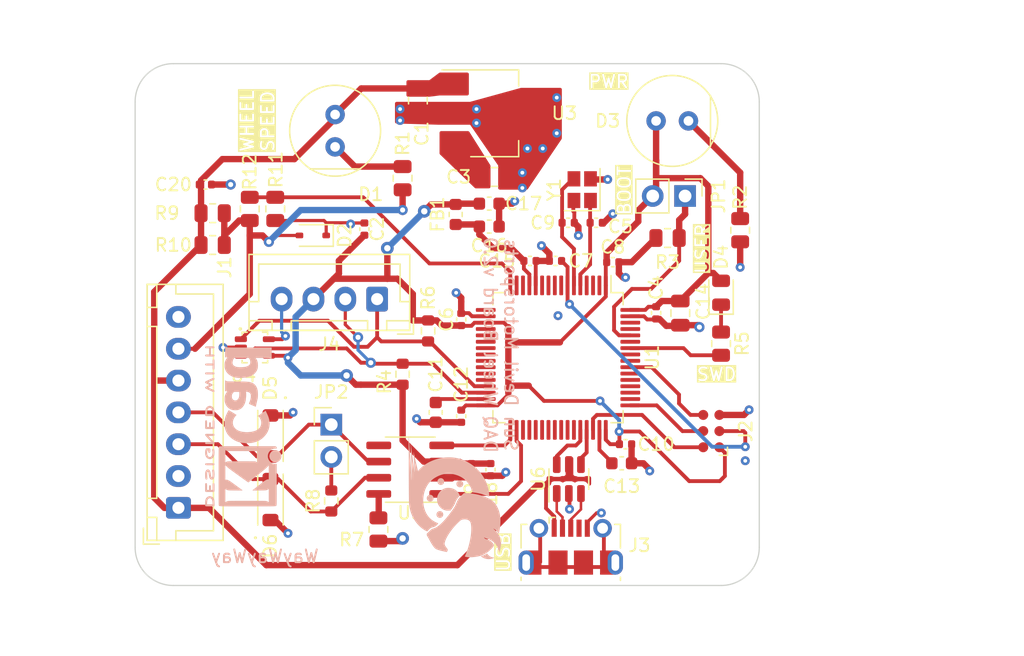
<source format=kicad_pcb>
(kicad_pcb (version 20240108) (generator "pcbnew") (generator_version "8.0")
  (title_block (title "SDM-25 Wheel Board") (date "2024-09-14") (rev "v1.1") (company "Sun Devil Motorsports") (comment 1 "Modified from SDM-24"))
  (layers (0 "F.Cu" signal) (1 "In1.Cu" power) (2 "In2.Cu" power) (31 "B.Cu" signal) (34 "B.Paste" user) (35 "F.Paste" user) (36 "B.SilkS" user "B.Silkscreen") (37 "F.SilkS" user "F.Silkscreen") (38 "B.Mask" user) (39 "F.Mask" user) (44 "Edge.Cuts" user))
  (net 0 "")
  (net 1 "+3.3V")
  (net 5 "/HSE_IN")
  (net 6 "/HSE_OUT")
  (net 7 "VCC")
  (net 8 "GND")
  (net 9 "/NRST")
  (net 10 "/SWO")
  (net 11 "Net-(JP2-B)")
  (net 12 "/USER_LED")
  (net 15 "+3.3VA")
  (net 24 "/HE_OUTPUT")
  (net 25 "/USB_D-")
  (net 26 "/USB_D+")
  (net 27 "/SWDIO")
  (net 31 "/SWCLK")
  (net 32 "/I2C2_SDA")
  (net 33 "/I2C2_SCL")
  (net 34 "/BOOT0")
  (net 35 "/CRX")
  (net 36 "/CTX")
  (net 37 "/CAN-")
  (net 38 "/CAN+")
  (net 42 "Net-(D1-K)")
  (net 43 "/PWR_LED")
  (net 44 "Net-(D4-K)")
  (net 47 "/CAN_Rs")
  (net 49 "/USB_J_D-")
  (net 50 "/USB_J_D+")
  (net 68 "/VCAP1")
  (net 69 "/VCAP2")
  (net 73 "unconnected-(J3-Shield-Pad6)_1")
  (net 78 "unconnected-(J3-Shield-Pad6)_6")
  (net 79 "/5V WSPD")
  (footprint "Capacitor_SMD:C_0402_1005Metric" (layer "F.Cu") (at 188.5 90.6)
    (property "Reference" "C8")
    (property "Value" "100nF")
  )
  (footprint "Connector:Tag-Connect_TC2030-IDC-NL_2x03_P1.27mm_Vertical" (layer "F.Cu") (at 196.235 103.87 90)
    (property "Reference" "J2")
    (property "Value" "Conn_ARM_SWD_TagConnect_TC2030")
  )
  (footprint "Package_TO_SOT_SMD:SOT-23-6" (layer "F.Cu") (at 185.05 107.6375 90)
    (property "Reference" "U6")
    (property "Value" "USBLC6-2SC6")
  )
  (footprint "Capacitor_SMD:C_0402_1005Metric" (layer "F.Cu") (at 176.6 102.7 -90)
    (property "Reference" "C12")
    (property "Value" "100nF")
  )
  (footprint "Diode_SMD:D_SOD-323" (layer "F.Cu") (at 164.95 88.5 180)
    (property "Reference" "D2")
    (property "Value" "TVS")
  )
  (footprint "Capacitor_SMD:C_0402_1005Metric" (layer "F.Cu") (at 178.9 106.9 -90)
    (property "Reference" "C18")
    (property "Value" "100nF")
  )
  (footprint "Capacitor_SMD:C_0603_1608Metric" (layer "F.Cu") (at 174.6 102.4 -90)
    (property "Reference" "C11")
    (property "Value" "2.2uF")
  )
  (footprint "Resistor_SMD:R_0805_2012Metric" (layer "F.Cu") (at 160 86.4125 90)
    (property "Reference" "R12")
    (property "Value" "150")
  )
  (footprint "Package_QFP:LQFP-64_10x10mm_P0.5mm" (layer "F.Cu") (at 184.2 98.1 -90)
    (property "Reference" "U1")
    (property "Value" "STM32F405RGT6")
  )
  (footprint "Capacitor_SMD:C_0603_1608Metric" (layer "F.Cu") (at 189.2 106.4)
    (property "Reference" "C13")
    (property "Value" "2.2uF")
  )
  (footprint "Library:Dialight_561-XX0X-XXX" (layer "F.Cu") (at 193.17 79.5)
    (property "Reference" "D3")
    (property "Value" "RED")
  )
  (footprint "Package_TO_SOT_SMD:SOT-223-3_TabPin2" (layer "F.Cu") (at 179.2 78.9)
    (property "Reference" "U3")
    (property "Value" "MIC37100-3.3WS")
  )
  (footprint "Capacitor_SMD:C_0805_2012Metric" (layer "F.Cu") (at 179.2 83.9)
    (property "Reference" "C3")
    (property "Value" "10uF")
  )
  (footprint "Capacitor_SMD:C_0402_1005Metric" (layer "F.Cu") (at 191.9 94.58 -90)
    (property "Reference" "C4")
    (property "Value" "100nF")
  )
  (footprint "Capacitor_SMD:C_0402_1005Metric" (layer "F.Cu") (at 156.52 84.5)
    (property "Reference" "C20")
    (property "Value" "100nF")
  )
  (footprint "Capacitor_SMD:C_0402_1005Metric" (layer "F.Cu") (at 184 90.5 180)
    (property "Reference" "C7")
    (property "Value" "100nF")
  )
  (footprint "Capacitor_SMD:C_0603_1608Metric" (layer "F.Cu") (at 178.8 87.8)
    (property "Reference" "C16")
    (property "Value" "1uF")
  )
  (footprint "Capacitor_SMD:C_0402_1005Metric" (layer "F.Cu") (at 177.4 106.9 -90)
    (property "Reference" "C19")
    (property "Value" "100nF")
  )
  (footprint "Resistor_SMD:R_0603_1608Metric" (layer "F.Cu") (at 174 96 -90)
    (property "Reference" "R6")
    (property "Value" "2.7k")
  )
  (footprint "Capacitor_SMD:C_0805_2012Metric" (layer "F.Cu") (at 173.2 77.9 -90)
    (property "Reference" "C1")
    (property "Value" "10uF")
  )
  (footprint "Inductor_SMD:L_0603_1608Metric" (layer "F.Cu") (at 176.166 86.85 90)
    (property "Reference" "FB1")
    (property "Value" "120R")
  )
  (footprint "Resistor_SMD:R_0805_2012Metric" (layer "F.Cu") (at 197 97 -90)
    (property "Reference" "R5")
    (property "Value" "220")
  )
  (footprint "Library:Dialight_561-XX0X-XXX" (layer "F.Cu") (at 166.7 80.27 -90)
    (property "Reference" "D1")
    (property "Value" "GREEN")
  )
  (footprint "LED_SMD:LED_0805_2012Metric" (layer "F.Cu") (at 197 93 90)
    (property "Reference" "D4")
    (property "Value" "GREEN")
  )
  (footprint "MountingHole:MountingHole_3.2mm_M3" (layer "F.Cu") (at 196 112)
    (property "Reference" "H2" (hide yes))
    (property "Value" "M3")
  )
  (footprint "Library:SOD-123FL" (layer "F.Cu") (at 161.625 104.25 -90)
    (property "Reference" "D5")
    (property "Value" "TVS")
  )
  (footprint "Connector_USB:USB_Micro-B_Molex-105017-0001" (layer "F.Cu") (at 185.2 112.9625)
    (property "Reference" "J3")
    (property "Value" "USB_B_Micro")
  )
  (footprint "Connector_JST:JST_XH_B4B-XH-A_1x04_P2.50mm_Vertical" (layer "F.Cu") (at 170 93.5 180)
    (property "Reference" "J4")
    (property "Value" "JST-XH")
  )
  (footprint "Resistor_SMD:R_0805_2012Metric" (layer "F.Cu") (at 162 86.4125 -90)
    (property "Reference" "R11")
    (property "Value" "300")
  )
  (footprint "Resistor_SMD:R_0603_1608Metric" (layer "F.Cu") (at 172 99.4 90)
    (property "Reference" "R4")
    (property "Value" "2.7k")
  )
  (footprint "Resistor_SMD:R_0805_2012Metric" (layer "F.Cu") (at 157.0875 86.75)
    (property "Reference" "R9")
    (property "Value" "150 - Load A")
  )
  (footprint "Capacitor_SMD:C_0805_2012Metric" (layer "F.Cu") (at 193.8 94.6 -90)
    (property "Reference" "C14")
    (property "Value" "10uF")
  )
  (footprint "Resistor_SMD:R_0805_2012Metric" (layer "F.Cu") (at 157.0875 89.25)
    (property "Reference" "R10")
    (property "Value" "10k")
  )
  (footprint "Library:SOD-123FL" (layer "F.Cu") (at 161.625 109.25 90)
    (property "Reference" "D6")
    (property "Value" "TVS")
  )
  (footprint "Resistor_SMD:R_0805_2012Metric" (layer "F.Cu") (at 198.5 88.0875 -90)
    (property "Reference" "R2")
    (property "Value" "220")
  )
  (footprint "Library:SC-70-5" (layer "F.Cu") (at 160.4 97.3)
    (property "Reference" "U4")
    (property "Value" "24LC01BT-E/LT")
  )
  (footprint "Connector_PinHeader_2.54mm:PinHeader_1x02_P2.54mm_Vertical" (layer "F.Cu") (at 194.175 85.4 -90)
    (property "Reference" "JP1")
    (property "Value" "BOOT")
  )
  (footprint "Resistor_SMD:R_0805_2012Metric" (layer "F.Cu") (at 170.1 111.6 -90)
    (property "Reference" "R7")
    (property "Value" "10k")
  )
  (footprint "Capacitor_SMD:C_0402_1005Metric" (layer "F.Cu") (at 189.5 104.9)
    (property "Reference" "C10")
    (property "Value" "100nF")
  )
  (footprint "Capacitor_SMD:C_0402_1005Metric" (layer "F.Cu") (at 187.2 87.5)
    (property "Reference" "C5")
    (property "Value" "10pF")
  )
  (footprint "Capacitor_SMD:C_0402_1005Metric" (layer "F.Cu") (at 182 90.5)
    (property "Reference" "C15")
    (property "Value" "100nF")
  )
  (footprint "Resistor_SMD:R_0805_2012Metric" (layer "F.Cu") (at 192.8 88.7)
    (property "Reference" "R3")
    (property "Value" "10k")
  )
  (footprint "MountingHole:MountingHole_3.2mm_M3" (layer "F.Cu") (at 155 79)
    (property "Reference" "H1" (hide yes))
    (property "Value" "M3")
  )
  (footprint "Resistor_SMD:R_0603_1608Metric" (layer "F.Cu") (at 166.4 109.36 90)
    (property "Reference" "R8")
    (property "Value" "120")
  )
  (footprint "Package_SO:SOIC-8_3.9x4.9mm_P1.27mm" (layer "F.Cu") (at 172.6 106.9 180)
    (property "Reference" "U5")
    (property "Value" "SN65HVD230")
  )
  (footprint "Resistor_SMD:R_0805_2012Metric" (layer "F.Cu") (at 172 84 90)
    (property "Reference" "R1")
    (property "Value" "300")
  )
  (footprint "Connector_JST:JST_XH_B7B-XH-A_1x07_P2.50mm_Vertical" (layer "F.Cu") (at 154.4 109.9 90)
    (property "Reference" "J1")
    (property "Value" "JST-XH")
  )
  (footprint "Crystal:Crystal_SMD_2520-4Pin_2.5x2.0mm" (layer "F.Cu") (at 186.1 84.9 90)
    (property "Reference" "Y1")
    (property "Value" "12MHz")
  )
  (footprint "Capacitor_SMD:C_0402_1005Metric" (layer "F.Cu") (at 185 87.5)
    (property "Reference" "C9")
    (property "Value" "10pF")
  )
  (footprint "Capacitor_SMD:C_0402_1005Metric" (layer "F.Cu") (at 176.6 95.1 90)
    (property "Reference" "C6")
    (property "Value" "100nF")
  )
  (footprint "Capacitor_SMD:C_0603_1608Metric" (layer "F.Cu") (at 178.8 86)
    (property "Reference" "C17")
    (property "Value" "1uF")
  )
  (footprint "Connector_PinHeader_2.54mm:PinHeader_1x02_P2.54mm_Vertical" (layer "F.Cu") (at 166.4 103.36)
    (property "Reference" "JP2")
    (property "Value" "Bus Termination")
  )
  (footprint "Capacitor_SMD:C_0402_1005Metric" (layer "F.Cu") (at 169 88 90)
    (property "Reference" "C2")
    (property "Value" "100nF")
  )
  (footprint "LOGO" (layer "B.Cu") (at 175.793558 109.327402 90)
    (property "Reference" "G***" (hide yes))
    (property "Value" "LOGO" (hide yes))
  )
  (footprint "Symbol:KiCad-Logo2_5mm_SilkScreen" (layer "B.Cu") (at 159.5 103.5 90)
    (property "Reference" "REF**" (hide yes))
    (property "Value" "KiCad-Logo2_5mm_SilkScreen" (hide yes))
  )
  (gr_line (start 154 75) (end 197 75) (stroke (width 0.1)) (layer "Edge.Cuts"))
  (gr_arc (start 200 113) (mid 199.12132 115.12132) (end 197 116) (stroke (width 0.1)) (layer "Edge.Cuts"))
  (gr_arc (start 151 78) (mid 151.87868 75.87868) (end 154 75) (stroke (width 0.1)) (layer "Edge.Cuts"))
  (gr_arc (start 197 75) (mid 199.12132 75.87868) (end 200 78) (stroke (width 0.1)) (layer "Edge.Cuts"))
  (gr_line (start 200 78) (end 200 113) (stroke (width 0.1)) (layer "Edge.Cuts"))
  (gr_line (start 154 116) (end 197 116) (stroke (width 0.1)) (layer "Edge.Cuts"))
  (gr_arc (start 154 116) (mid 151.87868 115.12132) (end 151 113) (stroke (width 0.1)) (layer "Edge.Cuts"))
  (gr_line (start 151 78) (end 151 113) (stroke (width 0.1)) (layer "Edge.Cuts"))
  (gr_text "WayWayWay" (at 165.5 114.3 0) (layer "B.SilkS") (effects (font (size 1 1)) (justify left bottom mirror)))
  (gr_text "Sun Devil Motorsports\nDAQ Wheel Board v2.0" (at 178.3 97.1 270) (layer "B.SilkS") (effects (font (size 1 1)) (justify bottom mirror)))
  (gr_text "USB" (at 180.5 115 90) (layer "F.SilkS" knockout) (effects (font (size 1 1)) (justify left bottom)))
  (gr_text "BOOT" (at 190 87 90) (layer "F.SilkS" knockout) (effects (font (size 1 1)) (justify left bottom)))
  (gr_text "WHEEL\nSPEED" (at 162 82 90) (layer "F.SilkS" knockout) (effects (font (size 1 1)) (justify left bottom)))
  (gr_text "SWD" (at 195 100 0) (layer "F.SilkS" knockout) (effects (font (size 1 1)) (justify left bottom)))
  (gr_text "PWR" (at 186.5 77 0) (layer "F.SilkS" knockout) (effects (font (size 1 1)) (justify left bottom)))
  (gr_text "USER" (at 196.1 91.6 90) (layer "F.SilkS" knockout) (effects (font (size 1 1)) (justify left bottom)))
  (segment (start 172.8 95.175) (end 174.675 95.175) (width 0.5) (layer "F.Cu") (net 1))
  (segment (start 179.95 95.35) (end 180.3 95.7) (width 0.3) (layer "F.Cu") (net 1))
  (segment (start 176.62 95.6) (end 176.6 95.58) (width 0.3) (layer "F.Cu") (net 1))
  (segment (start 180.3 101) (end 180.3 100.9) (width 0.3) (layer "F.Cu") (net 1))
  (segment (start 188.02 89.88) (end 188.02 90.6) (width 0.5) (layer "F.Cu") (net 1))
  (segment (start 190.5 87.4) (end 188.02 89.88) (width 0.5) (layer "F.Cu") (net 1))
  (segment (start 194.5 107.8) (end 196.9 107.8) (width 0.3) (layer "F.Cu") (net 1))
  (segment (start 166.6 91.9) (end 170.8 91.9) (width 0.5) (layer "F.Cu") (net 1))
  (segment (start 187.95 92.425) (end 187.95 93.301041) (width 0.3) (layer "F.Cu") (net 1))
  (segment (start 169 88.48) (end 167 90.48) (width 0.5) (layer "F.Cu") (net 1))
  (segment (start 190.6 103.9) (end 194.5 107.8) (width 0.3) (layer "F.Cu") (net 1))
  (segment (start 178.525 95.35) (end 179.95 95.35) (width 0.3) (layer "F.Cu") (net 1))
  (segment (start 178.525 101.85) (end 179.45 101.85) (width 0.3) (layer "F.Cu") (net 1))
  (segment (start 175.08 95.58) (end 176.6 95.58) (width 0.5) (layer "F.Cu") (net 1))
  (segment (start 187.95 104.55) (end 188.3 104.9) (width 0.3) (layer "F.Cu") (net 1))
  (segment (start 193.8 93.65) (end 196 91.45) (width 0.5) (layer "F.Cu") (net 1))
  (segment (start 176.5 106.3) (end 175.11 106.3) (width 0.5) (layer "F.Cu") (net 1))
  (segment (start 197.3 105.57) (end 197.3 107.4) (width 0.3) (layer "F.Cu") (net 1))
  (segment (start 188.3 104.9) (end 189.02 104.9) (width 0.3) (layer "F.Cu") (net 1))
  (segment (start 172 104.6) (end 172 100.225) (width 0.5) (layer "F.Cu") (net 1))
  (segment (start 196.87 105.14) (end 197.3 105.57) (width 0.3) (layer "F.Cu") (net 1))
  (segment (start 174.675 95.175) (end 175.08 95.58) (width 0.5) (layer "F.Cu") (net 1))
  (segment (start 187.95 93.301041) (end 184.351041 96.9) (width 0.3) (layer "F.Cu") (net 1))
  (segment (start 191.9 82.6) (end 191.9 85.135) (width 0.5) (layer "F.Cu") (net 1))
  (segment (start 193.8 93.65) (end 192.35 93.65) (width 0.5) (layer "F.Cu") (net 1))
  (segment (start 175.075 106.265) (end 173.665 106.265) (width 0.5) (layer "F.Cu") (net 1))
  (segment (start 171.6 91.9) (end 170.8 91.9) (width 0.5) (layer "F.Cu") (net 1))
  (segment (start 177.4 95.598959) (end 177.4 95.6) (width 0.3) (layer "F.Cu") (net 1))
  (segment (start 191.3 94.1) (end 191.9 94.1) (width 0.3) (layer "F.Cu") (net 1))
  (segment (start 175.11 106.3) (end 175.075 106.265) (width 0.5) (layer "F.Cu") (net 1))
  (segment (start 174.2375 86.0625) (end 173.7 86.6) (width 0.5) (layer "F.Cu") (net 1))
  (segment (start 197.3 107.4) (end 197.1 107.6) (width 0.3) (layer "F.Cu") (net 1))
  (segment (start 167 90.48) (end 167 91.5) (width 0.5) (layer "F.Cu") (net 1))
  (segment (start 167 91.5) (end 166.6 91.9) (width 0.5) (layer "F.Cu") (net 1))
  (segment (start 179.45 101.85) (end 180.3 101) (width 0.3) (layer "F.Cu") (net 1))
  (segment (start 189.875 94.35) (end 191.05 94.35) (width 0.3) (layer "F.Cu") (net 1))
  (segment (start 180.3 96.9) (end 180.3 95.7) (width 0.5) (layer "F.Cu") (net 1))
  (segment (start 177.4 106.42) (end 176.62 106.42) (width 0.5) (layer "F.Cu") (net 1))
  (segment (start 196.3875 91.45) (end 197 92.0625) (width 0.5) (layer "F.Cu") (net 1))
  (segment (start 168.725 100.225) (end 168.325 100.225) (width 0.5) (layer "F.Cu") (net 1))
  (segment (start 183.1 101.5) (end 181.9 100.3) (width 0.3) (layer "F.Cu") (net 1))
  (segment (start 177.4 95.6) (end 176.62 95.6) (width 0.3) (layer "F.Cu") (net 1))
  (segment (start 196 91.45) (end 196 84.625) (width 0.5) (layer "F.Cu") (net 1))
  (segment (start 172 100.225) (end 168.725 100.225) (width 0.5) (layer "F.Cu") (net 1))
  (segment (start 180.3 100.3) (end 180.3 98.7) (width 0.5) (layer "F.Cu") (net 1))
  (segment (start 181.9 100.3) (end 180.3 100.3) (width 0.5) (layer "F.Cu") (net 1))
  (segment (start 176.62 106.42) (end 176.5 106.3) (width 0.5) (layer "F.Cu") (net 1))
  (segment (start 170.8 89.5) (end 170.8 91.9) (width 0.5) (layer "F.Cu") (net 1))
  (segment (start 189 103.9) (end 190.6 103.9) (width 0.3) (layer "F.Cu") (net 1))
  (segment (start 190.5 86.535) (end 190.5 87.4) (width 0.5) (layer "F.Cu") (net 1))
  (segment (start 177.4 106.42) (end 178.9 106.42) (width 0.5) (layer "F.Cu") (net 1))
  (segment (start 180.3 98.7) (end 180.3 96.9) (width 0.5) (layer "F.Cu") (net 1))
  (segment (start 191.9 82.6) (end 191.9 79.5) (width 0.5) (layer "F.Cu") (net 1))
  (segment (start 168.325 100.225) (end 167.6 99.5) (width 0.5) (layer "F.Cu") (net 1))
  (segment (start 177.648959 95.35) (end 177.4 95.598959) (width 0.3) (layer "F.Cu") (net 1))
  (segment (start 191.05 94.35) (end 191.3 94.1) (width 0.3) (layer "F.Cu") (net 1))
  (segment (start 178.525 95.35) (end 177.648959 95.35) (width 0.3) (layer "F.Cu") (net 1))
  (segment (start 189.02 103.92) (end 189 103.9) (width 0.3) (layer "F.Cu") (net 1))
  (segment (start 173.665 106.265) (end 172 104.6) (width 0.5) (layer "F.Cu") (net 1))
  (segment (start 196 91.45) (end 196.3875 91.45) (width 0.5) (layer "F.Cu") (net 1))
  (segment (start 187.5 101.5) (end 183.1 101.5) (width 0.3) (layer "F.Cu") (net 1))
  (segment (start 189.02 104.9) (end 189.02 103.92) (width 0.3) (layer "F.Cu") (net 1))
  (segment (start 178.525 101.85) (end 176.97 101.85) (width 0.3) (layer "F.Cu") (net 1))
  (segment (start 176.166 86.0625) (end 174.2375 86.0625) (width 0.5) (layer "F.Cu") (net 1))
  (segment (start 191.9 84) (end 191.9 82.6) (width 0.5) (layer "F.Cu") (net 1))
  (segment (start 192.35 93.65) (end 191.9 94.1) (width 0.5) (layer "F.Cu") (net 1))
  (segment (start 172.8 93.1) (end 171.6 91.9) (width 0.5) (layer "F.Cu") (net 1))
  (segment (start 162.85 97.95) (end 163 98.1) (width 0.3) (layer "F.Cu") (net 1))
  (segment (start 195.375 84) (end 191.9 84) (width 0.5) (layer "F.Cu") (net 1))
  (segment (start 176.2285 86) (end 176.166 86.0625) (width 0.5) (layer "F.Cu") (net 1))
  (segment (start 191.635 85.4) (end 190.5 86.535) (width 0.5) (layer "F.Cu") (net 1))
  (segment (start 184.351041 96.9) (end 180.3 96.9) (width 0.5) (layer "F.Cu") (net 1))
  (segment (start 187.95 103.775) (end 187.95 104.55) (width 0.3) (layer "F.Cu") (net 1))
  (segment (start 161.5 97.95) (end 162.85 97.95) (width 0.3) (layer "F.Cu") (net 1))
  (segment (start 165 93.5) (end 166.6 91.9) (width 0.5) (layer "F.Cu") (net 1))
  (segment (start 180.3 100.9) (end 180.3 100.3) (width 0.5) (layer "F.Cu") (net 1))
  (segment (start 196 84.625) (end 195.375 84) (width 0.5) (layer "F.Cu") (net 1))
  (segment (start 187.95 92.425) (end 187.95 90.67) (width 0.3) (layer "F.Cu") (net 1))
  (segment (start 178.025 86) (end 176.2285 86) (width 0.5) (layer "F.Cu") (net 1))
  (segment (start 196.9 107.8) (end 197.1 107.6) (width 0.3) (layer "F.Cu") (net 1))
  (segment (start 172.8 95.175) (end 172.8 93.1) (width 0.5) (layer "F.Cu") (net 1))
  (segment (start 187.95 90.67) (end 188.02 90.6) (width 0.3) (layer "F.Cu") (net 1))
  (segment (start 191.9 85.135) (end 191.635 85.4) (width 0.5) (layer "F.Cu") (net 1))
  (segment (start 176.97 101.85) (end 176.6 102.22) (width 0.3) (layer "F.Cu") (net 1))
  (via (at 170.8 89.5) (size 1) (drill 0.5) (layers "F.Cu" "B.Cu") (net 1))
  (via (at 167.6 99.5) (size 1) (drill 0.5) (layers "F.Cu" "B.Cu") (net 1))
  (via (at 173.7 86.6) (size 1) (drill 0.5) (layers "F.Cu" "B.Cu") (net 1))
  (via (at 163 98.1) (size 0.7) (drill 0.3) (layers "F.Cu" "B.Cu") (net 1))
  (via (at 187.5 101.5) (size 0.7) (drill 0.3) (layers "F.Cu" "B.Cu") (net 1))
  (via (at 189 103.9) (size 0.7) (drill 0.3) (layers "F.Cu" "B.Cu") (net 1))
  (segment (start 164 99.5) (end 163 98.5) (width 0.5) (layer "B.Cu") (net 1))
  (segment (start 189 103.9) (end 189 103) (width 0.3) (layer "B.Cu") (net 1))
  (segment (start 165 93.5) (end 163.6 94.9) (width 0.5) (layer "B.Cu") (net 1))
  (segment (start 163.6 97.5) (end 163.6 97.2) (width 0.5) (layer "B.Cu") (net 1))
  (segment (start 189 103) (end 187.5 101.5) (width 0.3) (layer "B.Cu") (net 1))
  (segment (start 163.6 97.5) (end 163 98.1) (width 0.5) (layer "B.Cu") (net 1))
  (segment (start 173.7 86.6) (end 170.8 89.5) (width 0.5) (layer "B.Cu") (net 1))
  (segment (start 163.6 94.9) (end 163.6 97.5) (width 0.5) (layer "B.Cu") (net 1))
  (segment (start 167.6 99.5) (end 164 99.5) (width 0.5) (layer "B.Cu") (net 1))
  (segment (start 163 98.5) (end 163 98.1) (width 0.5) (layer "B.Cu") (net 1))
  (segment (start 186.72 87.5) (end 186.72 85.855) (width 0.3) (layer "F.Cu") (net 5))
  (segment (start 185.95 91.548959) (end 186.72 90.778959) (width 0.3) (layer "F.Cu") (net 5))
  (segment (start 186.72 85.855) (end 186.8 85.775) (width 0.3) (layer "F.Cu") (net 5))
  (segment (start 185.95 92.425) (end 185.95 91.548959) (width 0.3) (layer "F.Cu") (net 5))
  (segment (start 186.72 90.778959) (end 186.72 87.5) (width 0.3) (layer "F.Cu") (net 5))
  (segment (start 184.52 88.62) (end 184.52 87.5) (width 0.3) (layer "F.Cu") (net 6))
  (segment (start 185.45 89.55) (end 184.52 88.62) (width 0.3) (layer "F.Cu") (net 6))
  (segment (start 184.52 84.905) (end 185.4 84.025) (width 0.3) (layer "F.Cu") (net 6))
  (segment (start 184.52 87.5) (end 184.52 84.905) (width 0.3) (layer "F.Cu") (net 6))
  (segment (start 185.45 92.425) (end 185.45 89.55) (width 0.3) (layer "F.Cu") (net 6))
  (segment (start 154.4 99.9) (end 152.6 99.9) (width 0.5) (layer "F.Cu") (net 7))
  (segment (start 161.3 114.4) (end 176.3 114.4) (width 0.5) (layer "F.Cu") (net 7))
  (segment (start 157.851734 82.5) (end 163.5 82.5) (width 0.5) (layer "F.Cu") (net 7))
  (segment (start 176.3 114.4) (end 182.6 108.1) (width 0.5) (layer "F.Cu") (net 7))
  (segment (start 183.9 110.576041) (end 183.259816 109.935857) (width 0.3) (layer "F.Cu") (net 7))
  (segment (start 156.8 109.9) (end 161.3 114.4) (width 0.5) (layer "F.Cu") (net 7))
  (segment (start 156.175 86) (end 156.175 84.176734) (width 0.5) (layer "F.Cu") (net 7))
  (segment (start 163.5 82.5) (end 166.7 79.3) (width 0.5) (layer "F.Cu") (net 7))
  (segment (start 166.7 79) (end 168.75 76.95) (width 0.5) (layer "F.Cu") (net 7))
  (segment (start 156.175 89.325) (end 156.175 89.25) (width 0.25) (layer "F.Cu") (net 7))
  (segment (start 166.7 79.3) (end 166.7 79) (width 0.5) (layer "F.Cu") (net 7))
  (segment (start 182.6 108.1) (end 183.259816 108.1) (width 0.5) (layer "F.Cu") (net 7))
  (segment (start 154.4 109.9) (end 153.3 109.9) (width 0.5) (layer "F.Cu") (net 7))
  (segment (start 183.259816 108.1) (end 183.429908 107.929908) (width 0.5) (layer "F.Cu") (net 7))
  (segment (start 152.5 109.1) (end 152.5 92.925) (width 0.5) (layer "F.Cu") (net 7))
  (segment (start 183.9 111.5) (end 183.9 110.576041) (width 0.3) (layer "F.Cu") (net 7))
  (segment (start 156.175 84.176734) (end 157.851734 82.5) (width 0.5) (layer "F.Cu") (net 7))
  (segment (start 183.259816 109.935857) (end 183.259816 108.1) (width 0.3) (layer "F.Cu") (net 7))
  (segment (start 152.5 92.925) (end 156.175 89.25) (width 0.5) (layer "F.Cu") (net 7))
  (segment (start 156.175 86.75) (end 156.175 89.25) (width 0.5) (layer "F.Cu") (net 7))
  (segment (start 168.75 76.95) (end 173.2 76.95) (width 0.5) (layer "F.Cu") (net 7))
  (segment (start 154.4 109.9) (end 156.8 109.9) (width 0.5) (layer "F.Cu") (net 7))
  (segment (start 153.3 109.9) (end 152.5 109.1) (width 0.5) (layer "F.Cu") (net 7))
  (segment (start 182.45 92.425) (end 182.45 90.53) (width 0.3) (layer "F.Cu") (net 8))
  (segment (start 176.595 103.175) (end 176.6 103.18) (width 0.5) (layer "F.Cu") (net 8))
  (segment (start 185.48 86.68) (end 185.4 86.6) (width 0.3) (layer "F.Cu") (net 8))
  (segment (start 186.5 111.025) (end 187.225 110.3) (width 0.25) (layer "F.Cu") (net 8))
  (segment (start 177.1 107.5) (end 175.11 107.5) (width 0.5) (layer "F.Cu") (net 8))
  (segment (start 192.16 95.06) (end 192.7 95.6) (width 0.5) (layer "F.Cu") (net 8))
  (segment (start 178.9 107.38) (end 179.82 107.38) (width 0.5) (layer "F.Cu") (net 8))
  (segment (start 166 87.5) (end 167.82 87.5) (width 0.25) (layer "F.Cu") (net 8))
  (segment (start 193.8 95.55) (end 195.15 95.55) (width 0.5) (layer "F.Cu") (net 8))
  (segment (start 177.45 94.85) (end 177.2 94.6) (width 0.3) (layer "F.Cu") (net 8))
  (segment (start 179.82 107.38) (end 180.1 107.1) (width 0.5) (layer "F.Cu") (net 8))
  (segment (start 161.96 110.86) (end 163 111.9) (width 0.5) (layer "F.Cu") (net 8))
  (segment (start 174.6 103.175) (end 176.595 103.175) (width 0.5) (layer "F.Cu") (net 8))
  (segment (start 193.75 95.6) (end 193.8 95.55) (width 0.5) (layer "F.Cu") (net 8))
  (segment (start 159.3 97.3) (end 157.9 97.3) (width 0.3) (layer "F.Cu") (net 8))
  (segment (start 161.5 96.65) (end 162.55 96.65) (width 0.3) (layer "F.Cu") (net 8))
  (segment (start 191.4 106.9) (end 191.4 107) (width 0.5) (layer "F.Cu") (net 8))
  (segment (start 189.9875 90.6) (end 191.8875 88.7) (width 0.5) (layer "F.Cu") (net 8))
  (segment (start 185.48 87.5) (end 185.48 86.68) (width 0.3) (layer "F.Cu") (net 8))
  (segment (start 189.3 91.8) (end 189.5 91.8) (width 0.5) (layer "F.Cu") (net 8))
  (segment (start 161.625 102.64) (end 163.16 102.64) (width 0.5) (layer "F.Cu") (net 8))
  (segment (start 195.15 95.55) (end 195.3 95.7) (width 0.5) (layer "F.Cu") (net 8))
  (segment (start 166 87.5) (end 166 88.5) (width 0.25) (layer "F.Cu") (net 8))
  (segment (start 190.95 94.85) (end 191.2 95.1) (width 0.3) (layer "F.Cu") (net 8))
  (segment (start 198.5 89.3875) (end 198.5 91) (width 0.5) (layer "F.Cu") (net 8))
  (segment (start 178.9 107.38) (end 177.4 107.38) (width 0.5) (layer "F.Cu") (net 8))
  (segment (start 177.4 107.38) (end 177.22 107.38) (width 0.5) (layer "F.Cu") (net 8))
  (segment (start 186.5 111.5) (end 186.5 111.025) (width 0.25) (layer "F.Cu") (net 8))
  (segment (start 162 87.325) (end 165.825 87.325) (width 0.25) (layer "F.Cu") (net 8))
  (segment (start 175.11 107.5) (end 175.075 107.535) (width 0.5) (layer "F.Cu") (net 8))
  (segment (start 176.62 94.6) (end 176.6 94.62) (width 0.3) (layer "F.Cu") (net 8))
  (segment (start 171.7875 112.5125) (end 172 112.3) (width 0.5) (layer "F.Cu") (net 8))
  (segment (start 182.48 90.5) (end 183.52 90.5) (width 0.5) (layer "F.Cu") (net 8))
  (segment (start 192.7 95.6) (end 193.75 95.6) (width 0.5) (layer "F.Cu") (net 8))
  (segment (start 185.8 87.82) (end 185.48 87.5) (width 0.5) (layer "F.Cu") (net 8))
  (segment (start 176.6 93.4) (end 176.2 93) (width 0.5) (layer "F.Cu") (net 8))
  (segment (start 187.225 110.3) (end 187.6 110.3) (width 0.25) (layer "F.Cu") (net 8))
  (segment (start 188.98 91.48) (end 189.3 91.8) (width 0.5) (layer "F.Cu") (net 8))
  (segment (start 190.9 106.4) (end 191.4 106.9) (width 0.5) (layer "F.Cu") (net 8))
  (segment (start 198.8 102.6) (end 199.2 102.2) (width 0.5) (layer "F.Cu") (net 8))
  (segment (start 174.6 103.175) (end 173.375 103.175) (width 0.5) (layer "F.Cu") (net 8))
  (segment (start 179.575 86) (end 180.6 86) (width 0.5) (layer "F.Cu") (net 8))
  (segment (start 170.1 112.5125) (end 171.7875 112.5125) (width 0.5) (layer "F.Cu") (net 8))
  (segment (start 177.22 107.38) (end 177.1 107.5) (width 0.5) (layer "F.Cu") (net 8))
  (segment (start 185.4 86.6) (end 185.4 85.775) (width 0.3) (layer "F.Cu") (net 8))
  (segment (start 187.8 87.5) (end 188.5 86.8) (width 0.5) (layer "F.Cu") (net 8))
  (segment (start 189.975 104.905) (end 189.98 104.9) (width 0.5) (layer "F.Cu") (net 8))
  (segment (start 178.525 94.85) (end 177.45 94.85) (width 0.3) (layer "F.Cu") (net 8))
  (segment (start 189.975 106.4) (end 189.975 104.905) (width 0.5) (layer "F.Cu") (net 8))
  (segment (start 173.375 103.175) (end 173.1 102.9) (width 0.5) (layer "F.Cu") (net 8))
  (segment (start 176.6 93.7) (end 176.6 93.4) (width 0.5) (layer "F.Cu") (net 8))
  (segment (start 165.825 87.325) (end 166 87.5) (width 0.25) (layer "F.Cu") (net 8))
  (segment (start 163.16 102.64) (end 163.4 102.4) (width 0.5) (layer "F.Cu") (net 8))
  (segment (start 185.8 88.5) (end 185.8 87.82) (width 0.5) (layer "F.Cu") (net 8))
  (segment (start 183.52 89.92) (end 182.9 89.3) (width 0.5) (layer "F.Cu") (net 8))
  (segment (start 180.6 86) (end 180.8 85.8) (width 0.5) (layer "F.Cu") (net 8))
  (segment (start 188.98 90.6) (end 188.98 91.48) (width 0.5) (layer "F.Cu") (net 8))
  (segment (start 177.2 94.6) (end 176.62 94.6) (width 0.3) (layer "F.Cu") (net 8))
  (segment (start 169.12 87.52) (end 168 87.52) (width 0.25) (layer "F.Cu") (net 8))
  (segment (start 183.52 90.5) (end 183.52 89.92) (width 0.5) (layer "F.Cu") (net 8))
  (segment (start 182.45 90.53) (end 182.48 90.5) (width 0.3) (layer "F.Cu") (net 8))
  (segment (start 179.575 86) (end 179.575 87.8) (width 0.5) (layer "F.Cu") (net 8))
  (segment (start 187.68 87.5) (end 187.8 87.5) (width 0.5) (layer "F.Cu") (net 8))
  (segment (start 186.8 84.1) (end 186.75 84.05) (width 0.5) (layer "F.Cu") (net 8))
  (segment (start 188.98 90.6) (end 189.9875 90.6) (width 0.5) (layer "F.Cu") (net 8))
  (segment (start 188.1 84.1) (end 186.8 84.1) (width 0.5) (layer "F.Cu") (net 8))
  (segment (start 191.9 95.06) (end 192.16 95.06) (width 0.5) (layer "F.Cu") (net 8))
  (segment (start 176.6 94.62) (end 176.6 93.7) (width 0.5) (layer "F.Cu") (net 8))
  (segment (start 161.625 110.86) (end 161.96 110.86) (width 0.5) (layer "F.Cu") (net 8))
  (segment (start 189.975 106.4) (end 190.9 106.4) (width 0.5) (layer "F.Cu") (net 8))
  (segment (start 191.2 95.1) (end 191.86 95.1) (width 0.3) (layer "F.Cu") (net 8))
  (segment (start 167.82 87.5) (end 167.92 87.6) (width 0.25) (layer "F.Cu") (net 8))
  (segment (start 157 84.5) (end 158.5 84.5) (width 0.5) (layer "F.Cu") (net 8))
  (segment (start 162.55 96.65) (end 162.8 96.4) (width 0.3) (layer "F.Cu") (net 8))
  (segment (start 196.87 102.6) (end 198.8 102.6) (width 0.5) (layer "F.Cu") (net 8))
  (segment (start 185.1 110) (end 185.1 109.2) (width 0.3) (layer "F.Cu") (net 8))
  (segment (start 189.875 94.85) (end 190.95 94.85) (width 0.3) (layer "F.Cu") (net 8))
  (via (at 199.2 102.2) (size 0.7) (drill 0.3) (layers "F.Cu" "B.Cu") (net 8))
  (via (at 187.6 110.3) (size 0.7) (drill 0.3) (layers "F.Cu" "B.Cu") (net 8))
  (via (at 158.5 84.5) (size 0.8) (drill 0.4) (layers "F.Cu" "B.Cu") (net 8))
  (via (at 177.8 79.66817) (size 0.7) (drill 0.3) (layers "F.Cu" "B.Cu") (net 8))
  (via (at 172 112.3) (size 1) (drill 0.5) (layers "F.Cu" "B.Cu") (net 8))
  (via (at 173.1 102.9) (size 0.7) (drill 0.3) (layers "F.Cu" "B.Cu") (net 8))
  (via (at 182.9 89.3) (size 0.7) (drill 0.3) (layers "F.Cu" "B.Cu") (net 8))
  (via (at 181.8 81.66817) (size 0.7) (drill 0.3) (layers "F.Cu" "B.Cu") (net 8))
  (via (at 184.1 77.66817) (size 0.7) (drill 0.3) (layers "F.Cu" "B.Cu") (net 8))
  (via (at 163 111.9) (size 0.7) (drill 0.3) (layers "F.Cu" "B.Cu") (net 8))
  (via (at 184.2 94.8) (size 0.7) (drill 0.3) (layers "F.Cu" "B.Cu") (net 8))
  (via (at 195.3 95.7) (size 0.8) (drill 0.4) (layers "F.Cu" "B.Cu") (net 8))
  (via (at 162.8 96.4) (size 0.7) (drill 0.3) (layers "F.Cu" "B.Cu") (net 8))
  (via (at 167.92 87.6) (size 0.7) (drill 0.3) (layers "F.Cu" "B.Cu") (net 8))
  (via (at 198.9 106.2) (size 0.7) (drill 0.3) (layers "F.Cu" "B.Cu") (net 8))
  (via (at 189.5 91.8) (size 0.7) (drill 0.3) (layers "F.Cu" "B.Cu") (net 8))
  (via (at 180.8 85.8) (size 0.7) (drill 0.3) (layers "F.Cu" "B.Cu") (net 8))
  (via (at 180.1 107.1) (size 0.7) (drill 0.3) (layers "F.Cu" "B.Cu") (net 8))
  (via (at 176.2 93) (size 0.7) (drill 0.3) (layers "F.Cu" "B.Cu") (net 8))
  (via (at 157.9 97.3) (size 0.7) (drill 0.3) (layers "F.Cu" "B.Cu") (net 8))
  (via (at 181.4 83.56817) (size 0.7) (drill 0.3) (layers "F.Cu" "B.Cu") (net 8))
  (via (at 188.5 86.8) (size 0.7) (drill 0.3) (layers "F.Cu" "B.Cu") (net 8))
  (via (at 171.8 78.56817) (size 0.7) (drill 0.3) (layers "F.Cu" "B.Cu") (net 8))
  (via (at 163.4 102.4) (size 0.7) (drill 0.3) (layers "F.Cu" "B.Cu") (net 8))
  (via (at 184.1 80.46817) (size 0.7) (drill 0.3) (layers "F.Cu" "B.Cu") (net 8))
  (via (at 198.5 91) (size 0.7) (drill 0.3) (layers "F.Cu" "B.Cu") (net 8))
  (via (at 183 81.66817) (size 0.7) (drill 0.3) (layers "F.Cu" "B.Cu") (net 8))
  (via (at 191.4 107) (size 0.7) (drill 0.3) (layers "F.Cu" "B.Cu") (net 8))
  (via (at 171.8 79.46817) (size 0.7) (drill 0.3) (layers "F.Cu" "B.Cu") (net 8))
  (via (at 185.8 88.5) (size 0.7) (drill 0.3) (layers "F.Cu" "B.Cu") (net 8))
  (via (at 181.4 84.76817) (size 0.7) (drill 0.3) (layers "F.Cu" "B.Cu") (net 8))
  (via (at 188.1 84.1) (size 0.7) (drill 0.3) (layers "F.Cu" "B.Cu") (net 8))
  (via (at 177.8 78.56817) (size 0.7) (drill 0.3) (layers "F.Cu" "B.Cu") (net 8))
  (via (at 185.1 110) (size 0.7) (drill 0.3) (layers "F.Cu" "B.Cu") (net 8))
  (segment (start 162.5 96.1) (end 162.8 96.4) (width 0.25) (layer "B.Cu") (net 8))
  (segment (start 162.5 93.5) (end 162.5 96.1) (width 0.25) (layer "B.Cu") (net 8))
  (segment (start 198.9 105.1) (end 198.9 104) (width 0.3) (layer "F.Cu") (net 9))
  (segment (start 184.95 93.75) (end 185.1 93.9) (width 0.3) (layer "F.Cu") (net 9))
  (segment (start 198.77 103.87) (end 196.87 103.87) (width 0.3) (layer "F.Cu") (net 9))
  (segment (start 184.95 90.97) (end 184.48 90.5) (width 0.3) (layer "F.Cu") (net 9))
  (segment (start 198.9 104) (end 198.77 103.87) (width 0.3) (layer "F.Cu") (net 9))
  (segment (start 184.95 92.425) (end 184.95 93.75) (width 0.3) (layer "F.Cu") (net 9))
  (segment (start 184.95 92.425) (end 184.95 90.97) (width 0.3) (layer "F.Cu") (net 9))
  (via (at 185.1 93.9) (size 0.7) (drill 0.3) (layers "F.Cu" "B.Cu") (net 9))
  (via (at 198.9 105.1) (size 0.7) (drill 0.3) (layers "F.Cu" "B.Cu") (net 9))
  (segment (start 185.1 93.9) (end 196.3 105.1) (width 0.3) (layer "B.Cu") (net 9))
  (segment (start 196.3 105.1) (end 198.9 105.1) (width 0.3) (layer "B.Cu") (net 9))
  (segment (start 194.6 102.6) (end 195.6 102.6) (width 0.3) (layer "F.Cu") (net 10))
  (segment (start 193.7 101) (end 193.7 101.7) (width 0.3) (layer "F.Cu") (net 10))
  (segment (start 191.55 98.85) (end 193.7 101) (width 0.3) (layer "F.Cu") (net 10))
  (segment (start 193.7 101.7) (end 194.6 102.6) (width 0.3) (layer "F.Cu") (net 10))
  (segment (start 189.875 98.85) (end 191.55 98.85) (width 0.3) (layer "F.Cu") (net 10))
  (segment (start 166.4 105.9) (end 166.4 108.535) (width 0.3) (layer "F.Cu") (net 11))
  (segment (start 194.6125 97.9125) (end 197 97.9125) (width 0.3) (layer "F.Cu") (net 12))
  (segment (start 189.875 97.35) (end 194.05 97.35) (width 0.3) (layer "F.Cu") (net 12))
  (segment (start 194.05 97.35) (end 194.6125 97.9125) (width 0.3) (layer "F.Cu") (net 12))
  (segment (start 181.95 91.548959) (end 181.52 91.118959) (width 0.3) (layer "F.Cu") (net 15))
  (segment (start 181.95 92.425) (end 181.95 91.548959) (width 0.3) (layer "F.Cu") (net 15))
  (segment (start 179.1 89.5) (end 180.52 89.5) (width 0.5) (layer "F.Cu") (net 15))
  (segment (start 181.52 91.118959) (end 181.52 90.5) (width 0.3) (layer "F.Cu") (net 15))
  (segment (start 180.52 89.5) (end 181.52 90.5) (width 0.5) (layer "F.Cu") (net 15))
  (segment (start 177.8625 87.6375) (end 178.025 87.8) (width 0.5) (layer "F.Cu") (net 15))
  (segment (start 178.025 88.425) (end 179.1 89.5) (width 0.5) (layer "F.Cu") (net 15))
  (segment (start 176.166 87.6375) (end 177.8625 87.6375) (width 0.5) (layer "F.Cu") (net 15))
  (segment (start 178.025 87.8) (end 178.025 88.425) (width 0.5) (layer "F.Cu") (net 15))
  (segment (start 168.9075 85.5) (end 162 85.5) (width 0.3) (layer "F.Cu") (net 24))
  (segment (start 179.8 90.7) (end 180.45 91.35) (width 0.3) (layer "F.Cu") (net 24))
  (segment (start 174.1075 90.7) (end 179.8 90.7) (width 0.3) (layer "F.Cu") (net 24))
  (segment (start 162 85.5) (end 162.05 85.45) (width 0.3) (layer "F.Cu") (net 24))
  (segment (start 162 85.5) (end 160 85.5) (width 0.3) (layer "F.Cu") (net 24))
  (segment (start 180.45 91.35) (end 180.45 92.425) (width 0.3) (layer "F.Cu") (net 24))
  (segment (start 168.95375 85.54625) (end 174.1075 90.7) (width 0.3) (layer "F.Cu") (net 24))
  (segment (start 184.1 105.837501) (end 184.937501 105) (width 0.3) (layer "F.Cu") (net 25))
  (segment (start 185.601041 105) (end 185.95 104.651041) (width 0.3) (layer "F.Cu") (net 25))
  (segment (start 185.95 104.651041) (end 185.95 103.775) (width 0.3) (layer "F.Cu") (net 25))
  (segment (start 184.1 106.5) (end 184.1 105.837501) (width 0.2) (layer "F.Cu") (net 25))
  (segment (start 184.937501 105) (end 185.601041 105) (width 0.3) (layer "F.Cu") (net 25))
  (segment (start 184.15 106.925) (end 184.15 106.451041) (width 0.3) (layer "F.Cu") (net 25))
  (segment (start 186.05 105.95) (end 186.45 105.55) (width 0.3) (layer "F.Cu") (net 26))
  (segment (start 186.45 105.55) (end 186.45 103.775) (width 0.3) (layer "F.Cu") (net 26))
  (segment (start 186.05 106.925) (end 186.05 105.95) (width 0.3) (layer "F.Cu") (net 26))
  (segment (start 193.34 105.14) (end 195.6 105.14) (width 0.3) (layer "F.Cu") (net 27))
  (segment (start 190.8 102.6) (end 193.34 105.14) (width 0.3) (layer "F.Cu") (net 27))
  (segment (start 186.95 102.898959) (end 187.248959 102.6) (width 0.3) (layer "F.Cu") (net 27))
  (segment (start 187.248959 102.6) (end 190.8 102.6) (width 0.3) (layer "F.Cu") (net 27))
  (segment (start 186.95 103.775) (end 186.95 102.898959) (width 0.3) (layer "F.Cu") (net 27))
  (segment (start 189.875 101.85) (end 191.95 101.85) (width 0.3) (layer "F.Cu") (net 31))
  (segment (start 191.95 101.85) (end 193.97 103.87) (width 0.3) (layer "F.Cu") (net 31))
  (segment (start 193.97 103.87) (end 195.6 103.87) (width 0.3) (layer "F.Cu") (net 31))
  (segment (start 178.525 100.85) (end 176.65 100.85) (width 0.3) (layer "F.Cu") (net 32))
  (segment (start 168.732233 98.5) (end 169.5 98.5) (width 0.3) (layer "F.Cu") (net 32))
  (segment (start 160.425 97.375) (end 167.607233 97.375) (width 0.3) (layer "F.Cu") (net 32))
  (segment (start 167.5 95.5) (end 167.5 93.5) (width 0.25) (layer "F.Cu") (net 32))
  (segment (start 172 98.575) (end 169.575 98.575) (width 0.3) (layer "F.Cu") (net 32))
  (segment (start 176.65 100.85) (end 174.375 98.575) (width 0.3) (layer "F.Cu") (net 32))
  (segment (start 167.607233 97.375) (end 168.732233 98.5) (width 0.3) (layer "F.Cu") (net 32))
  (segment (start 160.425 97.375) (end 159.85 97.95) (width 0.3) (layer "F.Cu") (net 32))
  (segment (start 168.5 96.5) (end 167.5 95.5) (width 0.25) (layer "F.Cu") (net 32))
  (segment (start 174.375 98.575) (end 172 98.575) (width 0.3) (layer "F.Cu") (net 32))
  (segment (start 159.85 97.95) (end 159.3 97.95) (width 0.3) (layer "F.Cu") (net 32))
  (segment (start 169.575 98.575) (end 169.5 98.5) (width 0.3) (layer "F.Cu") (net 32))
  (via (at 169.5 98.5) (size 0.8) (drill 0.4) (layers "F.Cu" "B.Cu") (net 32))
  (via (at 168.5 96.5) (size 0.8) (drill 0.4) (layers "F.Cu" "B.Cu") (net 32))
  (segment (start 169.5 98.5) (end 168.5 97.5) (width 0.25) (layer "B.Cu") (net 32))
  (segment (start 168.5 97.5) (end 168.5 96.5) (width 0.25) (layer "B.Cu") (net 32))
  (segment (start 160.75 95.2) (end 159.3 96.65) (width 0.3) (layer "F.Cu") (net 33))
  (segment (start 169.25 97.25) (end 170 96.5) (width 0.3) (layer "F.Cu") (net 33))
  (segment (start 166.139339 95.2) (end 168.189339 97.25) (width 0.3) (layer "F.Cu") (net 33))
  (segment (start 178.525 100.35) (end 177.648959 100.35) (width 0.3) (layer "F.Cu") (net 33))
  (segment (start 177.648959 100.35) (end 174.123959 96.825) (width 0.3) (layer "F.Cu") (net 33))
  (segment (start 160.75 95.2) (end 166.139339 95.2) (width 0.3) (layer "F.Cu") (net 33))
  (segment (start 170.325 96.825) (end 174 96.825) (width 0.3) (layer "F.Cu") (net 33))
  (segment (start 170 96.5) (end 170.325 96.825) (width 0.3) (layer "F.Cu") (net 33))
  (segment (start 168.189339 97.25) (end 169.25 97.25) (width 0.3) (layer "F.Cu") (net 33))
  (segment (start 170 96.5) (end 170 93.5) (width 0.3) (layer "F.Cu") (net 33))
  (segment (start 193.7125 87.2875) (end 193.7125 88.7) (width 0.5) (layer "F.Cu") (net 34))
  (segment (start 193.7125 90.4875) (end 193.7125 88.7) (width 0.3) (layer "F.Cu") (net 34))
  (segment (start 194.175 86.825) (end 193.7125 87.2875) (width 0.5) (layer "F.Cu") (net 34))
  (segment (start 188.6 94.1) (end 190 92.7) (width 0.3) (layer "F.Cu") (net 34))
  (segment (start 190 92.7) (end 191.5 92.7) (width 0.3) (layer "F.Cu") (net 34))
  (segment (start 188.6 95.951041) (end 188.6 94.1) (width 0.3) (layer "F.Cu") (net 34))
  (segment (start 189.875 96.35) (end 188.998959 96.35) (width 0.3) (layer "F.Cu") (net 34))
  (segment (start 194.175 85.4) (end 194.175 86.825) (width 0.5) (layer "F.Cu") (net 34))
  (segment (start 191.5 92.7) (end 193.7125 90.4875) (width 0.3) (layer "F.Cu") (net 34))
  (segment (start 188.998959 96.35) (end 188.6 95.951041) (width 0.3) (layer "F.Cu") (net 34))
  (segment (start 180.005 104.995) (end 180.45 104.55) (width 0.3) (layer "F.Cu") (net 35))
  (segment (start 175.075 104.995) (end 180.005 104.995) (width 0.3) (layer "F.Cu") (net 35))
  (segment (start 180.45 104.55) (end 180.45 103.775) (width 0.3) (layer "F.Cu") (net 35))
  (segment (start 180.95 103.775) (end 180.95 104.651041) (width 0.3) (layer "F.Cu") (net 36))
  (segment (start 181.3 105.001041) (end 181.3 107.8) (width 0.3) (layer "F.Cu") (net 36))
  (segment (start 181.3 107.8) (end 180.295 108.805) (width 0.3) (layer "F.Cu") (net 36))
  (segment (start 180.95 104.651041) (end 181.3 105.001041) (width 0.3) (layer "F.Cu") (net 36))
  (segment (start 180.295 108.805) (end 175.075 108.805) (width 0.3) (layer "F.Cu") (net 36))
  (segment (start 161.625 105.86) (end 160.56 105.86) (width 0.3) (layer "F.Cu") (net 37))
  (segment (start 170.125 106.265) (end 169.305 106.265) (width 0.3) (layer "F.Cu") (net 37))
  (segment (start 169.305 106.265) (end 166.4 103.36) (width 0.3) (layer "F.Cu") (net 37))
  (segment (start 160.56 105.86) (end 157.1 102.4) (width 0.3) (layer "F.Cu") (net 37))
  (segment (start 161.625 105.86) (end 162.14 105.86) (width 0.3) (layer "F.Cu") (net 37))
  (segment (start 164.64 103.36) (end 166.4 103.36) (width 0.3) (layer "F.Cu") (net 37))
  (segment (start 157.1 102.4) (end 154.4 102.4) (width 0.3) (layer "F.Cu") (net 37))
  (segment (start 162.14 105.86) (end 164.64 103.36) (width 0.3) (layer "F.Cu") (net 37))
  (segment (start 162.24 107.64) (end 164.785 110.185) (width 0.3) (layer "F.Cu") (net 38))
  (segment (start 160.24 107.64) (end 157.5 104.9) (width 0.3) (layer "F.Cu") (net 38))
  (segment (start 164.785 110.185) (end 166.4 110.185) (width 0.3) (layer "F.Cu") (net 38))
  (segment (start 161.625 107.64) (end 160.24 107.64) (width 0.3) (layer "F.Cu") (net 38))
  (segment (start 161.625 107.64) (end 162.24 107.64) (width 0.3) (layer "F.Cu") (net 38))
  (segment (start 157.5 104.9) (end 154.4 104.9) (width 0.3) (layer "F.Cu") (net 38))
  (segment (start 170.125 107.535) (end 169.05 107.535) (width 0.3) (layer "F.Cu") (net 38))
  (segment (start 169.05 107.535) (end 166.4 110.185) (width 0.3) (layer "F.Cu") (net 38))
  (segment (start 168.2475 83.0875) (end 166.7 81.54) (width 0.5) (layer "F.Cu") (net 42))
  (segment (start 172 83.0875) (end 168.2475 83.0875) (width 0.5) (layer "F.Cu") (net 42))
  (segment (start 198.5 83.56) (end 198.5 87.175) (width 0.5) (layer "F.Cu") (net 43))
  (segment (start 194.44 79.5) (end 198.5 83.56) (width 0.5) (layer "F.Cu") (net 43))
  (segment (start 197 93.9375) (end 197 96.0875) (width 0.3) (layer "F.Cu") (net 44))
  (segment (start 170.125 108.805) (end 170.125 110.6625) (width 0.5) (layer "F.Cu") (net 47))
  (segment (start 170.125 110.6625) (end 170.1 110.6875) (width 0.5) (layer "F.Cu") (net 47))
  (segment (start 184.55 111.5) (end 184.55 110.625) (width 0.2) (layer "F.Cu") (net 49))
  (segment (start 184.1 110.175) (end 184.1 108.775) (width 0.2) (layer "F.Cu") (net 49))
  (segment (start 184.55 110.625) (end 184.1 110.175) (width 0.2) (layer "F.Cu") (net 49))
  (segment (start 186 109.25) (end 186.05 109.2) (width 0.3) (layer "F.Cu") (net 50))
  (segment (start 185.2 110.819239) (end 186 110.019239) (width 0.2) (layer "F.Cu") (net 50))
  (segment (start 185.2 111.5) (end 185.2 110.819239) (width 0.2) (layer "F.Cu") (net 50))
  (segment (start 186 110.019239) (end 186 108.775) (width 0.2) (layer "F.Cu") (net 50))
  (segment (start 174.875 101.35) (end 174.6 101.625) (width 0.3) (layer "F.Cu") (net 68))
  (segment (start 178.525 101.35) (end 174.875 101.35) (width 0.3) (layer "F.Cu") (net 68))
  (segment (start 188.425 106.4) (end 188.425 106.325) (width 0.3) (layer "F.Cu") (net 69))
  (segment (start 187.45 105.35) (end 187.45 103.775) (width 0.3) (layer "F.Cu") (net 69))
  (segment (start 188.425 106.325) (end 187.45 105.35) (width 0.3) (layer "F.Cu") (net 69))
  (segment (start 188.2 114.55) (end 186.3 114.55) (width 0.3) (layer "F.Cu") (net 73))
  (segment (start 182.8 114.15) (end 182.4 114.55) (width 0.3) (layer "F.Cu") (net 73))
  (segment (start 182.8 111.85) (end 182.8 114.15) (width 0.3) (layer "F.Cu") (net 73))
  (segment (start 186.3 114.55) (end 184.3 114.55) (width 0.3) (layer "F.Cu") (net 73))
  (segment (start 184.3 114.55) (end 182.4 114.55) (width 0.3) (layer "F.Cu") (net 73))
  (segment (start 187.8 111.85) (end 187.8 113.55) (width 0.3) (layer "F.Cu") (net 78))
  (segment (start 187.8 113.55) (end 188.8 114.55) (width 0.3) (layer "F.Cu") (net 78))
  (segment (start 161.5 89) (end 161 88.5) (width 0.5) (layer "F.Cu") (net 79))
  (segment (start 162 88.5) (end 161.5 89) (width 0.25) (layer "F.Cu") (net 79))
  (segment (start 160 88.5) (end 160 87.325) (width 0.5) (layer "F.Cu") (net 79))
  (segment (start 163.9 88.5) (end 162 88.5) (width 0.25) (layer "F.Cu") (net 79))
  (segment (start 154.4 97.4) (end 155.7 97.4) (width 0.3) (layer "F.Cu") (net 79))
  (segment (start 158 86.75) (end 158 89.25) (width 0.5) (layer "F.Cu") (net 79))
  (segment (start 155.7 97.4) (end 160 93.1) (width 0.5) (layer "F.Cu") (net 79))
  (segment (start 172 86.5) (end 172 84.9125) (width 0.5) (layer "F.Cu") (net 79))
  (segment (start 160 93.1) (end 160 88.5) (width 0.5) (layer "F.Cu") (net 79))
  (segment (start 160 87.325) (end 159.175 87.325) (width 0.5) (layer "F.Cu") (net 79))
  (segment (start 161 88.5) (end 160 88.5) (width 0.5) (layer "F.Cu") (net 79))
  (segment (start 159.175 87.325) (end 158 88.5) (width 0.5) (layer "F.Cu") (net 79))
  (via (at 172 86.5) (size 0.8) (drill 0.4) (layers "F.Cu" "B.Cu") (net 79))
  (via (at 161.5 89) (size 0.8) (drill 0.4) (layers "F.Cu" "B.Cu") (net 79))
  (segment (start 164 86.5) (end 161.5 89) (width 0.5) (layer "B.Cu") (net 79))
  (segment (start 172 86.5) (end 164 86.5) (width 0.5) (layer "B.Cu") (net 79))
  (zone (net 8) (net_name "GND") (layer "F.Cu") (priority 1) (connect_pads yes (clearance 0.3)) (min_thickness 0.25) (fill yes (thermal_gap 0.5) (thermal_bridge_width 0.5))
    (polygon (pts (xy 171.4 78) (xy 171.4 79.7) (xy 174.8 79.8) (xy 177.3 79.8) (xy 179.5 83) (xy 179.5 84.9) (xy 181.8 84.9) (xy 184.5 80.9) (xy 184.5 76.9) (xy 181.3 76.9) (xy 177.3 78)))
  )
  (zone (net 7) (net_name "VCC") (layer "F.Cu") (priority 2) (connect_pads yes (clearance 0.3)) (min_thickness 0.25) (fill yes (thermal_gap 0.5) (thermal_bridge_width 0.5))
    (polygon (pts (xy 172.3 77.6) (xy 172.3 76.3) (xy 174.1 76.3) (xy 174.9 75.7) (xy 177.2 75.7) (xy 177.2 77.5) (xy 174.9 77.5) (xy 174.1 77.6)))
  )
  (zone (net 7) (net_name "VCC") (layer "F.Cu") (priority 4) (connect_pads yes (clearance 0.3)) (min_thickness 0.25) (fill yes (thermal_gap 0.5) (thermal_bridge_width 0.5))
    (polygon (pts (xy 184.8 105.9) (xy 184.8 107.3) (xy 184.7 107.4) (xy 183.4 107.4) (xy 183.3 107.5) (xy 183.3 108.1) (xy 183.4 108.2) (xy 186.7 108.2) (xy 186.8 108.1) (xy 186.8 107.5) (xy 186.7 107.4) (xy 185.5 107.4) (xy 185.4 107.3) (xy 185.4 105.9)))
  )
  (zone (net 1) (net_name "+3.3V") (layer "F.Cu") (priority 3) (connect_pads yes (clearance 0.3)) (min_thickness 0.25) (fill yes (thermal_gap 0.5) (thermal_bridge_width 0.5))
    (polygon (pts (xy 174.9 80.3) (xy 174.9 82.1) (xy 177.7 84.8) (xy 178.9 84.8) (xy 178.9 83) (xy 177.2 80.3)))
  )
)
</source>
